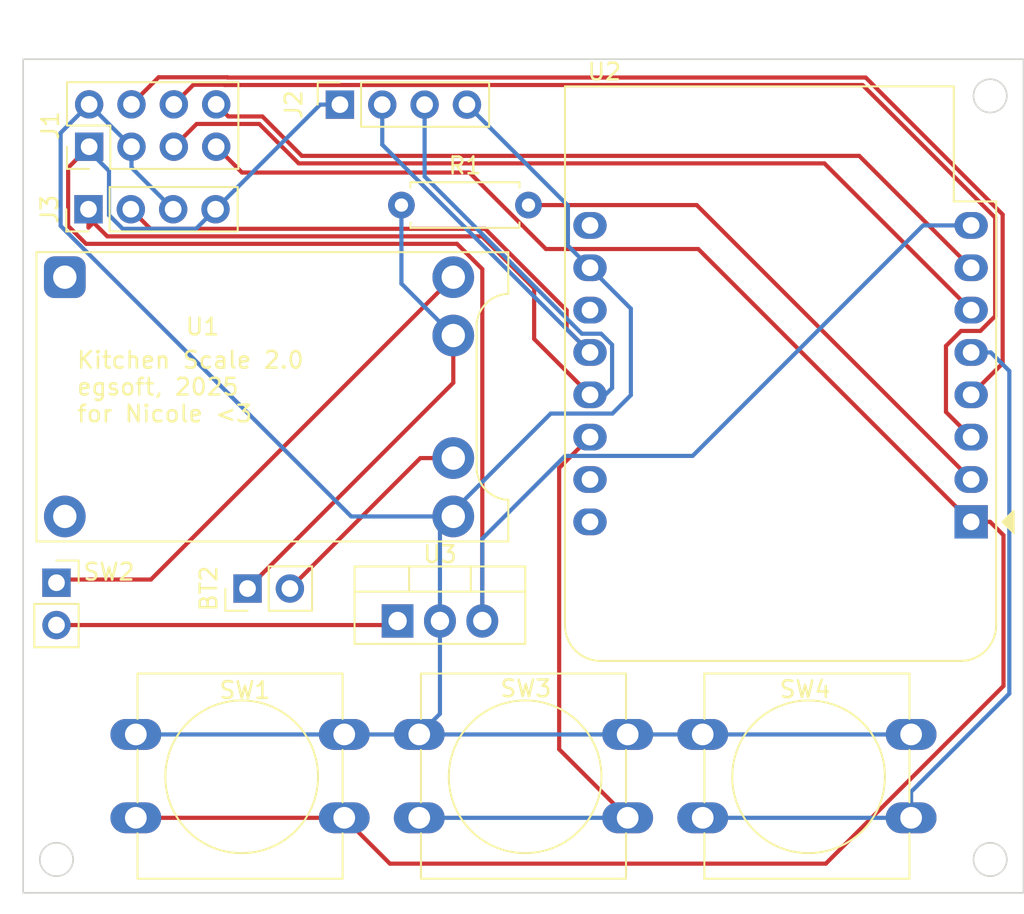
<source format=kicad_pcb>
(kicad_pcb (version 20221018) (generator pcbnew)
  (layers (0 "F.Cu" signal) (31 "B.Cu" signal) (34 "B.Paste" user) (35 "F.Paste" user) (36 "B.SilkS" user "B.Silkscreen") (37 "F.SilkS" user "F.Silkscreen") (38 "B.Mask" user) (39 "F.Mask" user) (44 "Edge.Cuts" user))
  (net 0 "")
  (net 1 "+BATT")
  (net 2 "+3.3V")
  (net 3 "GND")
  (net 4 "/SPI_SCK")
  (net 5 "/SPI_COPI")
  (net 6 "/TFT_RS")
  (net 7 "/~{RESET}")
  (net 8 "/SPI_CS")
  (net 9 "/D3_SCK")
  (net 10 "/D2_DT")
  (net 11 "Net-(U2-A0)")
  (net 12 "Net-(SW2-A)")
  (net 13 "Net-(SW2-B)")
  (net 14 "/BTN_TARE")
  (net 15 "/BTN_2ND")
  (net 16 "Net-(BT2--)")
  (footprint "Connector_PinHeader_2.54mm:PinHeader_1x04_P2.54mm_Vertical" (layer "F.Cu") (at 63.92 84 90)
    (fp_text reference "J3" (at 0 -2.33 90) (layer "F.SilkS"))
    (fp_text value "Conn_01x04_Pin")
    (fp_line (start -1.33 -1.33) (end 0 -1.33) (stroke (width 0.12)) (layer "F.SilkS"))
    (fp_line (start -1.33 0) (end -1.33 -1.33) (stroke (width 0.12)) (layer "F.SilkS"))
    (fp_line (start -1.33 1.27) (end -1.33 8.95) (stroke (width 0.12)) (layer "F.SilkS"))
    (fp_line (start -1.33 1.27) (end 1.33 1.27) (stroke (width 0.12)) (layer "F.SilkS"))
    (fp_line (start -1.33 8.95) (end 1.33 8.95) (stroke (width 0.12)) (layer "F.SilkS"))
    (fp_line (start 1.33 1.27) (end 1.33 8.95) (stroke (width 0.12)) (layer "F.SilkS"))
    (pad "1" thru_hole rect (at 0 0 90) (size 1.7 1.7) (drill 1) (layers "*.Cu" "*.Mask") (net 10 "/D2_DT"))
    (pad "2" thru_hole oval (at 0 2.54 90) (size 1.7 1.7) (drill 1) (layers "*.Cu" "*.Mask") (net 9 "/D3_SCK"))
    (pad "3" thru_hole oval (at 0 5.08 90) (size 1.7 1.7) (drill 1) (layers "*.Cu" "*.Mask") (net 3 "GND"))
    (pad "4" thru_hole oval (at 0 7.62 90) (size 1.7 1.7) (drill 1) (layers "*.Cu" "*.Mask") (net 2 "+3.3V"))
  )
  (footprint "Button_Switch_THT:SW_PUSH-12mm" (layer "F.Cu") (at 66.76 115.5)
    (fp_text reference "SW1" (at 6.54 -2.65) (layer "F.SilkS"))
    (fp_text value "SW_Push")
    (fp_line (start 0.1 -3.65) (end 12.4 -3.65) (stroke (width 0.12)) (layer "F.SilkS"))
    (fp_line (start 0.1 -0.93) (end 0.1 -3.65) (stroke (width 0.12)) (layer "F.SilkS"))
    (fp_line (start 0.1 4.07) (end 0.1 0.93) (stroke (width 0.12)) (layer "F.SilkS"))
    (fp_line (start 0.1 8.65) (end 0.1 5.93) (stroke (width 0.12)) (layer "F.SilkS"))
    (fp_line (start 12.4 -3.65) (end 12.4 -0.93) (stroke (width 0.12)) (layer "F.SilkS"))
    (fp_line (start 12.4 0.93) (end 12.4 4.07) (stroke (width 0.12)) (layer "F.SilkS"))
    (fp_line (start 12.4 5.93) (end 12.4 8.65) (stroke (width 0.12)) (layer "F.SilkS"))
    (fp_line (start 12.4 8.65) (end 0.1 8.65) (stroke (width 0.12)) (layer "F.SilkS"))
    (fp_circle (center 6.35 2.54) (end 10.16 5.08) (stroke (width 0.12)) (fill none) (layer "F.SilkS"))
    (pad "1" thru_hole oval (at 0 0) (size 3.048 1.85) (drill 1.3) (layers "*.Cu" "*.Mask") (net 3 "GND"))
    (pad "1" thru_hole oval (at 12.5 0) (size 3.048 1.85) (drill 1.3) (layers "*.Cu" "*.Mask") (net 3 "GND"))
    (pad "2" thru_hole oval (at 0 5) (size 3.048 1.85) (drill 1.3) (layers "*.Cu" "*.Mask") (net 7 "/~{RESET}"))
    (pad "2" thru_hole oval (at 12.5 5) (size 3.048 1.85) (drill 1.3) (layers "*.Cu" "*.Mask") (net 7 "/~{RESET}"))
  )
  (footprint "Connector_PinSocket_2.54mm:PinSocket_1x04_P2.54mm_Vertical" (layer "F.Cu") (at 79 77.725 90)
    (fp_text reference "J2" (at 0 -2.77 90) (layer "F.SilkS"))
    (fp_text value "Conn_HX711")
    (fp_line (start -1.33 1.27) (end -1.33 8.95) (stroke (width 0.12)) (layer "F.SilkS"))
    (fp_line (start -1.33 1.27) (end 1.33 1.27) (stroke (width 0.12)) (layer "F.SilkS"))
    (fp_line (start -1.33 8.95) (end 1.33 8.95) (stroke (width 0.12)) (layer "F.SilkS"))
    (fp_line (start 0 -1.33) (end 1.33 -1.33) (stroke (width 0.12)) (layer "F.SilkS"))
    (fp_line (start 1.33 -1.33) (end 1.33 0) (stroke (width 0.12)) (layer "F.SilkS"))
    (fp_line (start 1.33 1.27) (end 1.33 8.95) (stroke (width 0.12)) (layer "F.SilkS"))
    (pad "1" thru_hole rect (at 0 0 90) (size 1.7 1.7) (drill 1) (layers "*.Cu" "*.Mask") (net 2 "+3.3V"))
    (pad "2" thru_hole oval (at 0 2.54 90) (size 1.7 1.7) (drill 1) (layers "*.Cu" "*.Mask") (net 9 "/D3_SCK"))
    (pad "3" thru_hole oval (at 0 5.08 90) (size 1.7 1.7) (drill 1) (layers "*.Cu" "*.Mask") (net 10 "/D2_DT"))
    (pad "4" thru_hole oval (at 0 7.62 90) (size 1.7 1.7) (drill 1) (layers "*.Cu" "*.Mask") (net 3 "GND"))
  )
  (footprint "Button_Switch_THT:SW_PUSH-12mm" (layer "F.Cu") (at 83.76 115.5)
    (fp_text reference "SW3" (at 6.39 -2.75) (layer "F.SilkS"))
    (fp_text value "SW_Push")
    (fp_line (start 0.1 -3.65) (end 12.4 -3.65) (stroke (width 0.12)) (layer "F.SilkS"))
    (fp_line (start 0.1 -0.93) (end 0.1 -3.65) (stroke (width 0.12)) (layer "F.SilkS"))
    (fp_line (start 0.1 4.07) (end 0.1 0.93) (stroke (width 0.12)) (layer "F.SilkS"))
    (fp_line (start 0.1 8.65) (end 0.1 5.93) (stroke (width 0.12)) (layer "F.SilkS"))
    (fp_line (start 12.4 -3.65) (end 12.4 -0.93) (stroke (width 0.12)) (layer "F.SilkS"))
    (fp_line (start 12.4 0.93) (end 12.4 4.07) (stroke (width 0.12)) (layer "F.SilkS"))
    (fp_line (start 12.4 5.93) (end 12.4 8.65) (stroke (width 0.12)) (layer "F.SilkS"))
    (fp_line (start 12.4 8.65) (end 0.1 8.65) (stroke (width 0.12)) (layer "F.SilkS"))
    (fp_circle (center 6.35 2.54) (end 10.16 5.08) (stroke (width 0.12)) (fill none) (layer "F.SilkS"))
    (pad "1" thru_hole oval (at 0 0) (size 3.048 1.85) (drill 1.3) (layers "*.Cu" "*.Mask") (net 3 "GND"))
    (pad "1" thru_hole oval (at 12.5 0) (size 3.048 1.85) (drill 1.3) (layers "*.Cu" "*.Mask") (net 3 "GND"))
    (pad "2" thru_hole oval (at 0 5) (size 3.048 1.85) (drill 1.3) (layers "*.Cu" "*.Mask") (net 14 "/BTN_TARE"))
    (pad "2" thru_hole oval (at 12.5 5) (size 3.048 1.85) (drill 1.3) (layers "*.Cu" "*.Mask") (net 14 "/BTN_TARE"))
  )
  (footprint "Package_TO_SOT_THT:TO-220-3_Vertical" (layer "F.Cu") (at 82.46 108.695)
    (fp_text reference "U3" (at 2.54 -3.995) (layer "F.SilkS"))
    (fp_text value "LF33_TO220")
    (fp_line (start -2.58 -3.27) (end -2.58 1.371) (stroke (width 0.12)) (layer "F.SilkS"))
    (fp_line (start -2.58 -3.27) (end 7.66 -3.27) (stroke (width 0.12)) (layer "F.SilkS"))
    (fp_line (start -2.58 -1.76) (end 7.66 -1.76) (stroke (width 0.12)) (layer "F.SilkS"))
    (fp_line (start -2.58 1.371) (end 7.66 1.371) (stroke (width 0.12)) (layer "F.SilkS"))
    (fp_line (start 0.69 -3.27) (end 0.69 -1.76) (stroke (width 0.12)) (layer "F.SilkS"))
    (fp_line (start 4.391 -3.27) (end 4.391 -1.76) (stroke (width 0.12)) (layer "F.SilkS"))
    (fp_line (start 7.66 -3.27) (end 7.66 1.371) (stroke (width 0.12)) (layer "F.SilkS"))
    (pad "1" thru_hole rect (at 0 0) (size 1.905 2) (drill 1.1) (layers "*.Cu" "*.Mask") (net 13 "Net-(SW2-B)"))
    (pad "2" thru_hole oval (at 2.54 0) (size 1.905 2) (drill 1.1) (layers "*.Cu" "*.Mask") (net 3 "GND"))
    (pad "3" thru_hole oval (at 5.08 0) (size 1.905 2) (drill 1.1) (layers "*.Cu" "*.Mask") (net 2 "+3.3V"))
  )
  (footprint "Resistor_THT:R_Axial_DIN0207_L6.3mm_D2.5mm_P7.62mm_Horizontal" (layer "F.Cu") (at 82.69 83.75)
    (fp_text reference "R1" (at 3.81 -2.37) (layer "F.SilkS"))
    (fp_text value "220k")
    (fp_line (start 0.54 -1.37) (end 7.08 -1.37) (stroke (width 0.12)) (layer "F.SilkS"))
    (fp_line (start 0.54 -1.04) (end 0.54 -1.37) (stroke (width 0.12)) (layer "F.SilkS"))
    (fp_line (start 0.54 1.04) (end 0.54 1.37) (stroke (width 0.12)) (layer "F.SilkS"))
    (fp_line (start 0.54 1.37) (end 7.08 1.37) (stroke (width 0.12)) (layer "F.SilkS"))
    (fp_line (start 7.08 -1.37) (end 7.08 -1.04) (stroke (width 0.12)) (layer "F.SilkS"))
    (fp_line (start 7.08 1.37) (end 7.08 1.04) (stroke (width 0.12)) (layer "F.SilkS"))
    (pad "1" thru_hole circle (at 0 0) (size 1.6 1.6) (drill 0.8) (layers "*.Cu" "*.Mask") (net 1 "+BATT"))
    (pad "2" thru_hole oval (at 7.62 0) (size 1.6 1.6) (drill 0.8) (layers "*.Cu" "*.Mask") (net 11 "Net-(U2-A0)"))
  )
  (footprint "Mine:DEBO1_3_7LI_1_0A_charge_controller" (layer "F.Cu") (at 60.8 93.575)
    (fp_text reference "U1" (at 9.96 -2.53) (layer "F.SilkS"))
    (fp_text value "DEBO1_3_7LI_1_0A charge_controller")
    (fp_line (start 0 -7) (end 0 10.35) (stroke (width 0.12)) (layer "F.SilkS"))
    (fp_line (start 0 -7) (end 28.3 -7) (stroke (width 0.12)) (layer "F.SilkS"))
    (fp_line (start 0 10.35) (end 28.3 10.35) (stroke (width 0.12)) (layer "F.SilkS"))
    (fp_line (start 26.4 -2.8) (end 26.4 5.7) (stroke (width 0.12)) (layer "F.SilkS"))
    (fp_line (start 26.4 5.7) (end 26.4 5.85) (stroke (width 0.12)) (layer "F.SilkS"))
    (fp_line (start 28.3 -7) (end 28.3 -4.5) (stroke (width 0.12)) (layer "F.SilkS"))
    (fp_line (start 28.3 7.85) (end 28.3 10.35) (stroke (width 0.12)) (layer "F.SilkS"))
    (fp_arc (start 26.4 -2.5) (mid 26.935786 -3.893503) (end 28.3 -4.5) (stroke (width 0.12)) (layer "F.SilkS"))
    (fp_arc (start 28.3 7.85) (mid 26.935786 7.243503) (end 26.4 5.85) (stroke (width 0.12)) (layer "F.SilkS"))
    (pad "1" thru_hole circle (at 25 -5.5) (size 2.5 2.5) (drill 1.4) (layers "*.Cu" "*.Mask") (net 12 "Net-(SW2-A)"))
    (pad "2" thru_hole circle (at 25 -2) (size 2.5 2.5) (drill 1.4) (layers "*.Cu" "*.Mask") (net 1 "+BATT"))
    (pad "3" thru_hole circle (at 25 5.35) (size 2.5 2.5) (drill 1.4) (layers "*.Cu" "*.Mask") (net 16 "Net-(BT2--)"))
    (pad "4" thru_hole circle (at 25 8.85) (size 2.5 2.5) (drill 1.4) (layers "*.Cu" "*.Mask") (net 3 "GND"))
    (pad "5" thru_hole roundrect (at 1.7 -5.5) (size 2.5 2.5) (drill 1.4) (layers "*.Cu" "*.Mask"))
    (pad "6" thru_hole circle (at 1.7 8.85) (size 2.5 2.5) (drill 1.4) (layers "*.Cu" "*.Mask"))
  )
  (footprint "Connector_PinHeader_2.54mm:PinHeader_1x02_P2.54mm_Vertical" (layer "F.Cu") (at 73.46 106.75 90)
    (fp_text reference "BT2" (at 0 -2.33 90) (layer "F.SilkS"))
    (fp_text value "Battery_Cell")
    (fp_line (start -1.33 -1.33) (end 0 -1.33) (stroke (width 0.12)) (layer "F.SilkS"))
    (fp_line (start -1.33 0) (end -1.33 -1.33) (stroke (width 0.12)) (layer "F.SilkS"))
    (fp_line (start -1.33 1.27) (end -1.33 3.87) (stroke (width 0.12)) (layer "F.SilkS"))
    (fp_line (start -1.33 1.27) (end 1.33 1.27) (stroke (width 0.12)) (layer "F.SilkS"))
    (fp_line (start -1.33 3.87) (end 1.33 3.87) (stroke (width 0.12)) (layer "F.SilkS"))
    (fp_line (start 1.33 1.27) (end 1.33 3.87) (stroke (width 0.12)) (layer "F.SilkS"))
    (pad "1" thru_hole rect (at 0 0 90) (size 1.7 1.7) (drill 1) (layers "*.Cu" "*.Mask") (net 1 "+BATT"))
    (pad "2" thru_hole oval (at 0 2.54 90) (size 1.7 1.7) (drill 1) (layers "*.Cu" "*.Mask") (net 16 "Net-(BT2--)"))
  )
  (footprint "Connector_PinSocket_2.54mm:PinSocket_1x02_P2.54mm_Vertical" (layer "F.Cu") (at 62 106.4)
    (fp_text reference "SW2" (at 3.15 -0.65) (layer "F.SilkS"))
    (fp_text value "SW_SPST")
    (fp_line (start -1.33 1.27) (end -1.33 3.87) (stroke (width 0.12)) (layer "F.SilkS"))
    (fp_line (start -1.33 1.27) (end 1.33 1.27) (stroke (width 0.12)) (layer "F.SilkS"))
    (fp_line (start -1.33 3.87) (end 1.33 3.87) (stroke (width 0.12)) (layer "F.SilkS"))
    (fp_line (start 0 -1.33) (end 1.33 -1.33) (stroke (width 0.12)) (layer "F.SilkS"))
    (fp_line (start 1.33 -1.33) (end 1.33 0) (stroke (width 0.12)) (layer "F.SilkS"))
    (fp_line (start 1.33 1.27) (end 1.33 3.87) (stroke (width 0.12)) (layer "F.SilkS"))
    (pad "1" thru_hole rect (at 0 0) (size 1.7 1.7) (drill 1) (layers "*.Cu" "*.Mask") (net 12 "Net-(SW2-A)"))
    (pad "2" thru_hole oval (at 0 2.54) (size 1.7 1.7) (drill 1) (layers "*.Cu" "*.Mask") (net 13 "Net-(SW2-B)"))
  )
  (footprint "Module:WEMOS_D1_mini_light" (layer "F.Cu") (at 116.86 102.75 180)
    (fp_text reference "U2" (at 22 27) (layer "F.SilkS"))
    (fp_text value "WeMos_D1_mini")
    (fp_line (start -1.5 19.22) (end -1.5 -6.21) (stroke (width 0.12)) (layer "F.SilkS"))
    (fp_line (start -1.5 19.22) (end 1.04 19.22) (stroke (width 0.12)) (layer "F.SilkS"))
    (fp_line (start 1.04 19.22) (end 1.04 26.12) (stroke (width 0.12)) (layer "F.SilkS"))
    (fp_line (start 1.04 26.12) (end 24.36 26.12) (stroke (width 0.12)) (layer "F.SilkS"))
    (fp_line (start 22.24 -8.34) (end 0.63 -8.34) (stroke (width 0.12)) (layer "F.SilkS"))
    (fp_line (start 24.36 26.12) (end 24.36 -6.21) (stroke (width 0.12)) (layer "F.SilkS"))
    (fp_arc (start -1.5 -6.21) (mid -0.876137 -7.716137) (end 0.63 -8.34) (stroke (width 0.12)) (layer "F.SilkS"))
    (fp_arc (start 22.23 -8.34) (mid 23.736137 -7.716137) (end 24.36 -6.21) (stroke (width 0.12)) (layer "F.SilkS"))
    (fp_poly (pts (xy -2.54 -0.635) (xy -2.54 0.635) (xy -1.905 0)) (stroke (width 0.15)) (fill solid) (layer "F.SilkS"))
    (pad "1" thru_hole rect (at 0 0 180) (size 2 2) (drill 1) (layers "*.Cu" "*.Mask") (net 7 "/~{RESET}"))
    (pad "2" thru_hole oval (at 0 2.54 180) (size 2 1.6) (drill 1) (layers "*.Cu" "*.Mask") (net 11 "Net-(U2-A0)"))
    (pad "3" thru_hole oval (at 0 5.08 180) (size 2 1.6) (drill 1) (layers "*.Cu" "*.Mask") (net 6 "/TFT_RS"))
    (pad "4" thru_hole oval (at 0 7.62 180) (size 2 1.6) (drill 1) (layers "*.Cu" "*.Mask") (net 4 "/SPI_SCK"))
    (pad "5" thru_hole oval (at 0 10.16 180) (size 2 1.6) (drill 1) (layers "*.Cu" "*.Mask") (net 15 "/BTN_2ND"))
    (pad "6" thru_hole oval (at 0 12.7 180) (size 2 1.6) (drill 1) (layers "*.Cu" "*.Mask") (net 5 "/SPI_COPI"))
    (pad "7" thru_hole oval (at 0 15.24 180) (size 2 1.6) (drill 1) (layers "*.Cu" "*.Mask") (net 8 "/SPI_CS"))
    (pad "8" thru_hole oval (at 0 17.78 180) (size 2 1.6) (drill 1) (layers "*.Cu" "*.Mask") (net 2 "+3.3V"))
    (pad "9" thru_hole oval (at 22.86 17.78 180) (size 2 1.6) (drill 1) (layers "*.Cu" "*.Mask"))
    (pad "10" thru_hole oval (at 22.86 15.24 180) (size 2 1.6) (drill 1) (layers "*.Cu" "*.Mask") (net 3 "GND"))
    (pad "11" thru_hole oval (at 22.86 12.7 180) (size 2 1.6) (drill 1) (layers "*.Cu" "*.Mask"))
    (pad "12" thru_hole oval (at 22.86 10.16 180) (size 2 1.6) (drill 1) (layers "*.Cu" "*.Mask") (net 9 "/D3_SCK"))
    (pad "13" thru_hole oval (at 22.86 7.62 180) (size 2 1.6) (drill 1) (layers "*.Cu" "*.Mask") (net 10 "/D2_DT"))
    (pad "14" thru_hole oval (at 22.86 5.08 180) (size 2 1.6) (drill 1) (layers "*.Cu" "*.Mask") (net 14 "/BTN_TARE"))
    (pad "15" thru_hole oval (at 22.86 2.54 180) (size 2 1.6) (drill 1) (layers "*.Cu" "*.Mask"))
    (pad "16" thru_hole oval (at 22.86 0 180) (size 2 1.6) (drill 1) (layers "*.Cu" "*.Mask"))
  )
  (footprint "Connector_PinHeader_2.54mm:PinHeader_2x04_P2.54mm_Vertical" (layer "F.Cu") (at 63.96 80.25 90)
    (fp_text reference "J1" (at 1.27 -2.33 90) (layer "F.SilkS"))
    (fp_text value "Conn_01x08_Socket")
    (fp_line (start -1.33 -1.33) (end 0 -1.33) (stroke (width 0.12)) (layer "F.SilkS"))
    (fp_line (start -1.33 0) (end -1.33 -1.33) (stroke (width 0.12)) (layer "F.SilkS"))
    (fp_line (start -1.33 1.27) (end -1.33 8.95) (stroke (width 0.12)) (layer "F.SilkS"))
    (fp_line (start -1.33 1.27) (end 1.27 1.27) (stroke (width 0.12)) (layer "F.SilkS"))
    (fp_line (start -1.33 8.95) (end 3.87 8.95) (stroke (width 0.12)) (layer "F.SilkS"))
    (fp_line (start 1.27 -1.33) (end 3.87 -1.33) (stroke (width 0.12)) (layer "F.SilkS"))
    (fp_line (start 1.27 1.27) (end 1.27 -1.33) (stroke (width 0.12)) (layer "F.SilkS"))
    (fp_line (start 3.87 -1.33) (end 3.87 8.95) (stroke (width 0.12)) (layer "F.SilkS"))
    (pad "1" thru_hole rect (at 0 0 90) (size 1.7 1.7) (drill 1) (layers "*.Cu" "*.Mask") (net 2 "+3.3V"))
    (pad "2" thru_hole oval (at 2.54 0 90) (size 1.7 1.7) (drill 1) (layers "*.Cu" "*.Mask") (net 3 "GND"))
    (pad "3" thru_hole oval (at 0 2.54 90) (size 1.7 1.7) (drill 1) (layers "*.Cu" "*.Mask") (net 3 "GND"))
    (pad "4" thru_hole oval (at 2.54 2.54 90) (size 1.7 1.7) (drill 1) (layers "*.Cu" "*.Mask") (net 4 "/SPI_SCK"))
    (pad "5" thru_hole oval (at 0 5.08 90) (size 1.7 1.7) (drill 1) (layers "*.Cu" "*.Mask") (net 5 "/SPI_COPI"))
    (pad "6" thru_hole oval (at 2.54 5.08 90) (size 1.7 1.7) (drill 1) (layers "*.Cu" "*.Mask") (net 6 "/TFT_RS"))
    (pad "7" thru_hole oval (at 0 7.62 90) (size 1.7 1.7) (drill 1) (layers "*.Cu" "*.Mask") (net 7 "/~{RESET}"))
    (pad "8" thru_hole oval (at 2.54 7.62 90) (size 1.7 1.7) (drill 1) (layers "*.Cu" "*.Mask") (net 8 "/SPI_CS"))
  )
  (footprint "Button_Switch_THT:SW_PUSH-12mm" (layer "F.Cu") (at 100.76 115.5)
    (fp_text reference "SW4" (at 6.14 -2.7) (layer "F.SilkS"))
    (fp_text value "SW_Push")
    (fp_line (start 0.1 -3.65) (end 12.4 -3.65) (stroke (width 0.12)) (layer "F.SilkS"))
    (fp_line (start 0.1 -0.93) (end 0.1 -3.65) (stroke (width 0.12)) (layer "F.SilkS"))
    (fp_line (start 0.1 4.07) (end 0.1 0.93) (stroke (width 0.12)) (layer "F.SilkS"))
    (fp_line (start 0.1 8.65) (end 0.1 5.93) (stroke (width 0.12)) (layer "F.SilkS"))
    (fp_line (start 12.4 -3.65) (end 12.4 -0.93) (stroke (width 0.12)) (layer "F.SilkS"))
    (fp_line (start 12.4 0.93) (end 12.4 4.07) (stroke (width 0.12)) (layer "F.SilkS"))
    (fp_line (start 12.4 5.93) (end 12.4 8.65) (stroke (width 0.12)) (layer "F.SilkS"))
    (fp_line (start 12.4 8.65) (end 0.1 8.65) (stroke (width 0.12)) (layer "F.SilkS"))
    (fp_circle (center 6.35 2.54) (end 10.16 5.08) (stroke (width 0.12)) (fill none) (layer "F.SilkS"))
    (pad "1" thru_hole oval (at 0 0) (size 3.048 1.85) (drill 1.3) (layers "*.Cu" "*.Mask") (net 3 "GND"))
    (pad "1" thru_hole oval (at 12.5 0) (size 3.048 1.85) (drill 1.3) (layers "*.Cu" "*.Mask") (net 3 "GND"))
    (pad "2" thru_hole oval (at 0 5) (size 3.048 1.85) (drill 1.3) (layers "*.Cu" "*.Mask") (net 15 "/BTN_2ND"))
    (pad "2" thru_hole oval (at 12.5 5) (size 3.048 1.85) (drill 1.3) (layers "*.Cu" "*.Mask") (net 15 "/BTN_2ND"))
  )
  (gr_circle (center 62 123) (end 62.8 123.6) (stroke (width 0.1)) (fill none) (layer "Edge.Cuts"))
  (gr_circle (center 118 77.2) (end 118.8 77.8) (stroke (width 0.1)) (fill none) (layer "Edge.Cuts"))
  (gr_circle (center 118 123) (end 118.8 123.6) (stroke (width 0.1)) (fill none) (layer "Edge.Cuts"))
  (gr_rect (start 60 75) (end 120 125) (stroke (width 0.1)) (fill none) (layer "Edge.Cuts"))
  (gr_text "Kitchen Scale 2.0\negsoft, 2025\nfor Nicole <3" (at 63.15 96.85) (layer "F.SilkS") (effects (font (size 1 1)) (justify left bottom)))
  (segment (start 85.8 91.575) (end 85.8 94.41) (width 0.25) (layer "F.Cu") (net 1))
  (segment (start 85.8 94.41) (end 73.46 106.75) (width 0.25) (layer "F.Cu") (net 1))
  (segment (start 82.69 88.465) (end 85.8 91.575) (width 0.25) (layer "B.Cu") (net 1))
  (segment (start 82.69 83.75) (end 82.69 88.465) (width 0.25) (layer "B.Cu") (net 1))
  (segment (start 62.7 81.51) (end 63.96 80.25) (width 0.25) (layer "F.Cu") (net 2))
  (segment (start 87.54 108.695) (end 87.54 87.587613) (width 0.25) (layer "F.Cu") (net 2))
  (segment (start 86.027387 86.075) (end 63.775 86.075) (width 0.25) (layer "F.Cu") (net 2))
  (segment (start 62.7 85) (end 62.7 81.51) (width 0.25) (layer "F.Cu") (net 2))
  (segment (start 63.775 86.075) (end 62.7 85) (width 0.25) (layer "F.Cu") (net 2))
  (segment (start 87.54 87.587613) (end 86.027387 86.075) (width 0.25) (layer "F.Cu") (net 2))
  (segment (start 87.54 103.76) (end 92.505 98.795) (width 0.25) (layer "B.Cu") (net 2))
  (segment (start 77.815 77.725) (end 71.54 84) (width 0.25) (layer "B.Cu") (net 2))
  (segment (start 79 77.725) (end 77.815 77.725) (width 0.25) (layer "B.Cu") (net 2))
  (segment (start 65.15 84.351701) (end 65.15 81.7) (width 0.25) (layer "B.Cu") (net 2))
  (segment (start 92.505 98.795) (end 100.155 98.795) (width 0.25) (layer "B.Cu") (net 2))
  (segment (start 100.155 98.795) (end 113.98 84.97) (width 0.25) (layer "B.Cu") (net 2))
  (segment (start 87.54 108.695) (end 87.54 103.76) (width 0.25) (layer "B.Cu") (net 2))
  (segment (start 71.54 84) (end 70.365 85.175) (width 0.25) (layer "B.Cu") (net 2))
  (segment (start 63.96 80.51) (end 63.96 80.25) (width 0.25) (layer "B.Cu") (net 2))
  (segment (start 65.15 81.7) (end 63.96 80.51) (width 0.25) (layer "B.Cu") (net 2))
  (segment (start 70.365 85.175) (end 65.973299 85.175) (width 0.25) (layer "B.Cu") (net 2))
  (segment (start 113.98 84.97) (end 116.86 84.97) (width 0.25) (layer "B.Cu") (net 2))
  (segment (start 65.973299 85.175) (end 65.15 84.351701) (width 0.25) (layer "B.Cu") (net 2))
  (segment (start 92.675 86.185) (end 92.675 83.78) (width 0.25) (layer "B.Cu") (net 3))
  (segment (start 85 107.945) (end 85 114.26) (width 0.25) (layer "B.Cu") (net 3))
  (segment (start 83.76 115.5) (end 79.26 115.5) (width 0.25) (layer "B.Cu") (net 3))
  (segment (start 100.76 115.5) (end 113.26 115.5) (width 0.25) (layer "B.Cu") (net 3))
  (segment (start 91.645 96.255) (end 95.345 96.255) (width 0.25) (layer "B.Cu") (net 3))
  (segment (start 66.5 80.25) (end 66.5 81.5) (width 0.25) (layer "B.Cu") (net 3))
  (segment (start 85 102.9) (end 91.645 96.255) (width 0.25) (layer "B.Cu") (net 3))
  (segment (start 83.76 115.5) (end 96.26 115.5) (width 0.25) (layer "B.Cu") (net 3))
  (segment (start 96.26 115.5) (end 100.76 115.5) (width 0.25) (layer "B.Cu") (net 3))
  (segment (start 95.345 96.255) (end 96.45 95.15) (width 0.25) (layer "B.Cu") (net 3))
  (segment (start 96.45 95.15) (end 96.45 89.96) (width 0.25) (layer "B.Cu") (net 3))
  (segment (start 94 87.51) (end 92.675 86.185) (width 0.25) (layer "B.Cu") (net 3))
  (segment (start 85 114.26) (end 83.76 115.5) (width 0.25) (layer "B.Cu") (net 3))
  (segment (start 66.5 81.5) (end 69 84) (width 0.25) (layer "B.Cu") (net 3))
  (segment (start 85 108.695) (end 85 102.9) (width 0.25) (layer "B.Cu") (net 3))
  (segment (start 63.96 77.71) (end 66.5 80.25) (width 0.25) (layer "B.Cu") (net 3))
  (segment (start 92.675 83.78) (end 86.62 77.725) (width 0.25) (layer "B.Cu") (net 3))
  (segment (start 79.26 115.5) (end 66.76 115.5) (width 0.25) (layer "B.Cu") (net 3))
  (segment (start 79.675 102.425) (end 62.25 85) (width 0.25) (layer "B.Cu") (net 3))
  (segment (start 62.25 79.42) (end 63.96 77.71) (width 0.25) (layer "B.Cu") (net 3))
  (segment (start 62.25 85) (end 62.25 79.42) (width 0.25) (layer "B.Cu") (net 3))
  (segment (start 96.45 89.96) (end 94 87.51) (width 0.25) (layer "B.Cu") (net 3))
  (segment (start 85.8 102.425) (end 79.675 102.425) (width 0.25) (layer "B.Cu") (net 3))
  (segment (start 116.86 95.13) (end 118.75 93.24) (width 0.25) (layer "F.Cu") (net 4))
  (segment (start 72.268097 76.1) (end 72.253097 76.085) (width 0.25) (layer "F.Cu") (net 4))
  (segment (start 110.536396 76.1) (end 72.268097 76.1) (width 0.25) (layer "F.Cu") (net 4))
  (segment (start 118.75 93.24) (end 118.75 84.313604) (width 0.25) (layer "F.Cu") (net 4))
  (segment (start 118.75 84.313604) (end 110.536396 76.1) (width 0.25) (layer "F.Cu") (net 4))
  (segment (start 72.253097 76.085) (end 68.125 76.085) (width 0.25) (layer "F.Cu") (net 4))
  (segment (start 68.125 76.085) (end 66.5 77.71) (width 0.25) (layer "F.Cu") (net 4))
  (segment (start 69.04 80.25) (end 70.405 78.885) (width 0.25) (layer "F.Cu") (net 5))
  (segment (start 74.165 78.885) (end 76.53 81.25) (width 0.25) (layer "F.Cu") (net 5))
  (segment (start 108.06 81.25) (end 116.86 90.05) (width 0.25) (layer "F.Cu") (net 5))
  (segment (start 76.53 81.25) (end 108.06 81.25) (width 0.25) (layer "F.Cu") (net 5))
  (segment (start 70.405 78.885) (end 74.165 78.885) (width 0.25) (layer "F.Cu") (net 5))
  (segment (start 118.3 84.5) (end 118.3 90.415) (width 0.25) (layer "F.Cu") (net 6))
  (segment (start 72.081701 76.55) (end 110.35 76.55) (width 0.25) (layer "F.Cu") (net 6))
  (segment (start 110.35 76.55) (end 118.3 84.5) (width 0.25) (layer "F.Cu") (net 6))
  (segment (start 69.04 77.71) (end 70.215 76.535) (width 0.25) (layer "F.Cu") (net 6))
  (segment (start 115.35 92.2) (end 115.35 96.16) (width 0.25) (layer "F.Cu") (net 6))
  (segment (start 117.415 91.3) (end 116.25 91.3) (width 0.25) (layer "F.Cu") (net 6))
  (segment (start 70.215 76.535) (end 72.066701 76.535) (width 0.25) (layer "F.Cu") (net 6))
  (segment (start 115.35 96.16) (end 116.86 97.67) (width 0.25) (layer "F.Cu") (net 6))
  (segment (start 118.3 90.415) (end 117.415 91.3) (width 0.25) (layer "F.Cu") (net 6))
  (segment (start 72.066701 76.535) (end 72.081701 76.55) (width 0.25) (layer "F.Cu") (net 6))
  (segment (start 116.25 91.3) (end 115.35 92.2) (width 0.25) (layer "F.Cu") (net 6))
  (segment (start 71.58 80.25) (end 73.13 81.8) (width 0.25) (layer "F.Cu") (net 7))
  (segment (start 73.13 81.8) (end 86.769009 81.8) (width 0.25) (layer "F.Cu") (net 7))
  (segment (start 118 102.75) (end 116.86 102.75) (width 0.25) (layer "F.Cu") (net 7))
  (segment (start 66.76 120.5) (end 79.26 120.5) (width 0.25) (layer "F.Cu") (net 7))
  (segment (start 108.143233 123.25) (end 118.8 112.593233) (width 0.25) (layer "F.Cu") (net 7))
  (segment (start 79.26 120.5) (end 79.26 120.51) (width 0.25) (layer "F.Cu") (net 7))
  (segment (start 100.495 86.385) (end 116.86 102.75) (width 0.25) (layer "F.Cu") (net 7))
  (segment (start 91.354009 86.385) (end 100.495 86.385) (width 0.25) (layer "F.Cu") (net 7))
  (segment (start 118.8 112.593233) (end 118.8 103.55) (width 0.25) (layer "F.Cu") (net 7))
  (segment (start 79.26 120.51) (end 82 123.25) (width 0.25) (layer "F.Cu") (net 7))
  (segment (start 82 123.25) (end 108.143233 123.25) (width 0.25) (layer "F.Cu") (net 7))
  (segment (start 86.769009 81.8) (end 91.354009 86.385) (width 0.25) (layer "F.Cu") (net 7))
  (segment (start 118.8 103.55) (end 118 102.75) (width 0.25) (layer "F.Cu") (net 7))
  (segment (start 74.351396 78.435) (end 72.305 78.435) (width 0.25) (layer "F.Cu") (net 8))
  (segment (start 76.716396 80.8) (end 74.351396 78.435) (width 0.25) (layer "F.Cu") (net 8))
  (segment (start 72.305 78.435) (end 71.58 77.71) (width 0.25) (layer "F.Cu") (net 8))
  (segment (start 110.15 80.8) (end 76.716396 80.8) (width 0.25) (layer "F.Cu") (net 8))
  (segment (start 116.86 87.51) (end 110.15 80.8) (width 0.25) (layer "F.Cu") (net 8))
  (segment (start 92.6 90.063604) (end 92.6 91.19) (width 0.25) (layer "F.Cu") (net 9))
  (segment (start 66.46 84) (end 67.635 85.175) (width 0.25) (layer "F.Cu") (net 9))
  (segment (start 87.711396 85.175) (end 92.6 90.063604) (width 0.25) (layer "F.Cu") (net 9))
  (segment (start 92.6 91.19) (end 94 92.59) (width 0.25) (layer "F.Cu") (net 9))
  (segment (start 67.635 85.175) (end 87.711396 85.175) (width 0.25) (layer "F.Cu") (net 9))
  (segment (start 81.54 77.725) (end 81.54 80.13) (width 0.25) (layer "B.Cu") (net 9))
  (segment (start 81.54 80.13) (end 94 92.59) (width 0.25) (layer "B.Cu") (net 9))
  (segment (start 87.525 85.625) (end 90.65 88.75) (width 0.25) (layer "F.Cu") (net 10))
  (segment (start 65.045 85.625) (end 87.525 85.625) (width 0.25) (layer "F.Cu") (net 10))
  (segment (start 64.22 84.8) (end 65.045 85.625) (width 0.25) (layer "F.Cu") (net 10))
  (segment (start 63.92 84) (end 63.92 85.1) (width 0.25) (layer "F.Cu") (net 10))
  (segment (start 90.65 91.78) (end 94 95.13) (width 0.25) (layer "F.Cu") (net 10))
  (segment (start 63.92 85.1) (end 64.22 84.8) (width 0.25) (layer "F.Cu") (net 10))
  (segment (start 90.65 88.75) (end 90.65 91.78) (width 0.25) (layer "F.Cu") (net 10))
  (segment (start 94 95.13) (end 94.92 95.13) (width 0.25) (layer "B.Cu") (net 10))
  (segment (start 93.511396 91.465) (end 84.08 82.033604) (width 0.25) (layer "B.Cu") (net 10))
  (segment (start 94.92 95.13) (end 95.325 94.725) (width 0.25) (layer "B.Cu") (net 10))
  (segment (start 84.08 82.033604) (end 84.08 77.725) (width 0.25) (layer "B.Cu") (net 10))
  (segment (start 94.66599 91.465) (end 93.511396 91.465) (width 0.25) (layer "B.Cu") (net 10))
  (segment (start 95.325 94.725) (end 95.325 92.12401) (width 0.25) (layer "B.Cu") (net 10))
  (segment (start 95.325 92.12401) (end 94.66599 91.465) (width 0.25) (layer "B.Cu") (net 10))
  (segment (start 90.31 83.75) (end 100.4 83.75) (width 0.25) (layer "F.Cu") (net 11))
  (segment (start 100.4 83.75) (end 116.86 100.21) (width 0.25) (layer "F.Cu") (net 11))
  (segment (start 85.8 88.075) (end 67.665 106.21) (width 0.25) (layer "F.Cu") (net 12))
  (segment (start 85.8 87.75) (end 85.55 88) (width 0.25) (layer "F.Cu") (net 12))
  (segment (start 67.665 106.21) (end 62 106.21) (width 0.25) (layer "F.Cu") (net 12))
  (segment (start 82.215 108.94) (end 82.46 108.695) (width 0.25) (layer "F.Cu") (net 13))
  (segment (start 62 108.94) (end 82.215 108.94) (width 0.25) (layer "F.Cu") (net 13))
  (segment (start 62 108.75) (end 62.19 108.94) (width 0.25) (layer "F.Cu") (net 13))
  (segment (start 92.15 99.52) (end 94 97.67) (width 0.25) (layer "F.Cu") (net 14))
  (segment (start 92.15 116.39) (end 92.15 99.52) (width 0.25) (layer "F.Cu") (net 14))
  (segment (start 96.26 120.5) (end 92.15 116.39) (width 0.25) (layer "F.Cu") (net 14))
  (segment (start 83.76 120.5) (end 96.26 120.5) (width 0.25) (layer "B.Cu") (net 14))
  (segment (start 100.76 120.5) (end 113.26 120.5) (width 0.25) (layer "B.Cu") (net 15))
  (segment (start 113.26 118.94) (end 119.15 113.05) (width 0.25) (layer "B.Cu") (net 15))
  (segment (start 119.15 93.7) (end 118.04 92.59) (width 0.25) (layer "B.Cu") (net 15))
  (segment (start 113.26 120.5) (end 113.26 118.94) (width 0.25) (layer "B.Cu") (net 15))
  (segment (start 119.15 113.05) (end 119.15 93.7) (width 0.25) (layer "B.Cu") (net 15))
  (segment (start 118.04 92.59) (end 116.86 92.59) (width 0.25) (layer "B.Cu") (net 15))
  (segment (start 83.825 98.925) (end 76 106.75) (width 0.25) (layer "F.Cu") (net 16))
  (segment (start 85.8 98.925) (end 83.825 98.925) (width 0.25) (layer "F.Cu") (net 16))
)
</source>
